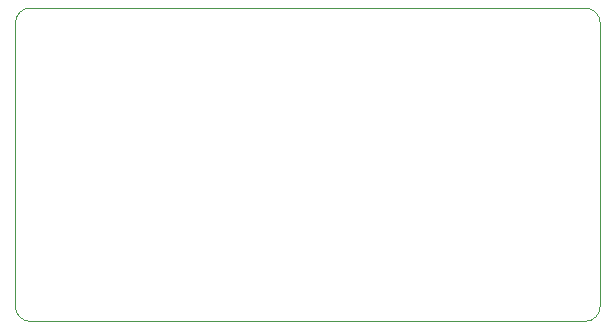
<source format=gbr>
%TF.GenerationSoftware,KiCad,Pcbnew,7.0.5*%
%TF.CreationDate,2024-08-04T18:57:10+08:00*%
%TF.ProjectId,TPS,5450532e-6b69-4636-9164-5f7063625858,rev?*%
%TF.SameCoordinates,Original*%
%TF.FileFunction,Profile,NP*%
%FSLAX46Y46*%
G04 Gerber Fmt 4.6, Leading zero omitted, Abs format (unit mm)*
G04 Created by KiCad (PCBNEW 7.0.5) date 2024-08-04 18:57:10*
%MOMM*%
%LPD*%
G01*
G04 APERTURE LIST*
%TA.AperFunction,Profile*%
%ADD10C,0.120000*%
%TD*%
G04 APERTURE END LIST*
D10*
X86705000Y-29000000D02*
X39731000Y-29000000D01*
X38461000Y-54266000D02*
G75*
G03*
X39731000Y-55536000I1270000J0D01*
G01*
X39731000Y-29000000D02*
G75*
G03*
X38461000Y-30270000I0J-1270000D01*
G01*
X87975000Y-54266000D02*
X87975000Y-30270000D01*
X86705000Y-55536000D02*
X39731000Y-55536000D01*
X38461000Y-30270000D02*
X38461000Y-54266000D01*
X86705000Y-55536000D02*
G75*
G03*
X87975000Y-54266000I0J1270000D01*
G01*
X87975000Y-30270000D02*
G75*
G03*
X86705000Y-29000000I-1270000J0D01*
G01*
M02*

</source>
